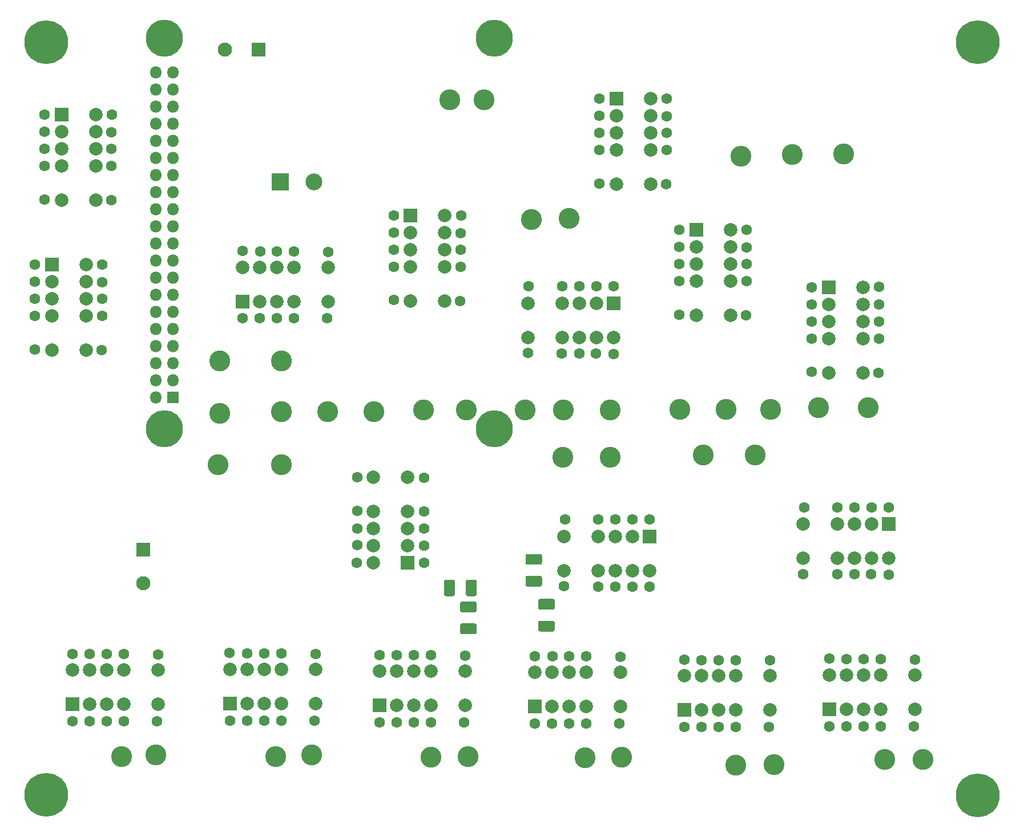
<source format=gbr>
%TF.GenerationSoftware,KiCad,Pcbnew,5.1.6-c6e7f7d~86~ubuntu18.04.1*%
%TF.CreationDate,2020-05-20T11:00:07-07:00*%
%TF.ProjectId,Cal_Station,43616c5f-5374-4617-9469-6f6e2e6b6963,rev?*%
%TF.SameCoordinates,Original*%
%TF.FileFunction,Soldermask,Bot*%
%TF.FilePolarity,Negative*%
%FSLAX46Y46*%
G04 Gerber Fmt 4.6, Leading zero omitted, Abs format (unit mm)*
G04 Created by KiCad (PCBNEW 5.1.6-c6e7f7d~86~ubuntu18.04.1) date 2020-05-20 11:00:07*
%MOMM*%
%LPD*%
G01*
G04 APERTURE LIST*
%ADD10C,3.100000*%
%ADD11C,1.600000*%
%ADD12C,2.000000*%
%ADD13R,2.000000X2.000000*%
%ADD14C,0.900000*%
%ADD15C,6.500000*%
%ADD16C,5.500000*%
%ADD17O,1.800000X1.800000*%
%ADD18R,1.800000X1.800000*%
%ADD19C,2.100000*%
%ADD20R,2.100000X2.100000*%
%ADD21C,2.500000*%
%ADD22R,2.500000X2.500000*%
G04 APERTURE END LIST*
D10*
%TO.C,TP18*%
X109610000Y-41240000D03*
%TD*%
%TO.C,TP17*%
X104560000Y-41240000D03*
%TD*%
D11*
%TO.C,K17*%
X42980000Y-70820000D03*
X52930000Y-70815000D03*
D12*
X50580000Y-70820000D03*
X45500000Y-70820000D03*
X50580000Y-68280000D03*
X50580000Y-65740000D03*
X50580000Y-73360000D03*
X45500000Y-78440000D03*
D13*
X45500000Y-65740000D03*
D12*
X50580000Y-78440000D03*
X45500000Y-68280000D03*
X45500000Y-73360000D03*
D11*
X52880000Y-78440000D03*
X52930000Y-73365000D03*
X52930000Y-68315000D03*
X52980000Y-65715000D03*
X42980000Y-65740000D03*
X42980000Y-68280000D03*
X42980000Y-73360000D03*
X42980000Y-78290000D03*
%TD*%
%TO.C,K16*%
X44410000Y-48550000D03*
X54360000Y-48545000D03*
D12*
X52010000Y-48550000D03*
X46930000Y-48550000D03*
X52010000Y-46010000D03*
X52010000Y-43470000D03*
X52010000Y-51090000D03*
X46930000Y-56170000D03*
D13*
X46930000Y-43470000D03*
D12*
X52010000Y-56170000D03*
X46930000Y-46010000D03*
X46930000Y-51090000D03*
D11*
X54310000Y-56170000D03*
X54360000Y-51095000D03*
X54360000Y-46045000D03*
X54410000Y-43445000D03*
X44410000Y-43470000D03*
X44410000Y-46010000D03*
X44410000Y-51090000D03*
X44410000Y-56020000D03*
%TD*%
%TO.C,C65*%
G36*
G01*
X116021667Y-111925000D02*
X117938333Y-111925000D01*
G75*
G02*
X118205000Y-112191667I0J-266667D01*
G01*
X118205000Y-113258333D01*
G75*
G02*
X117938333Y-113525000I-266667J0D01*
G01*
X116021667Y-113525000D01*
G75*
G02*
X115755000Y-113258333I0J266667D01*
G01*
X115755000Y-112191667D01*
G75*
G02*
X116021667Y-111925000I266667J0D01*
G01*
G37*
G36*
G01*
X116021667Y-108675000D02*
X117938333Y-108675000D01*
G75*
G02*
X118205000Y-108941667I0J-266667D01*
G01*
X118205000Y-110008333D01*
G75*
G02*
X117938333Y-110275000I-266667J0D01*
G01*
X116021667Y-110275000D01*
G75*
G02*
X115755000Y-110008333I0J266667D01*
G01*
X115755000Y-108941667D01*
G75*
G02*
X116021667Y-108675000I266667J0D01*
G01*
G37*
%TD*%
%TO.C,C62*%
G36*
G01*
X106331667Y-118995000D02*
X108248333Y-118995000D01*
G75*
G02*
X108515000Y-119261667I0J-266667D01*
G01*
X108515000Y-120328333D01*
G75*
G02*
X108248333Y-120595000I-266667J0D01*
G01*
X106331667Y-120595000D01*
G75*
G02*
X106065000Y-120328333I0J266667D01*
G01*
X106065000Y-119261667D01*
G75*
G02*
X106331667Y-118995000I266667J0D01*
G01*
G37*
G36*
G01*
X106331667Y-115745000D02*
X108248333Y-115745000D01*
G75*
G02*
X108515000Y-116011667I0J-266667D01*
G01*
X108515000Y-117078333D01*
G75*
G02*
X108248333Y-117345000I-266667J0D01*
G01*
X106331667Y-117345000D01*
G75*
G02*
X106065000Y-117078333I0J266667D01*
G01*
X106065000Y-116011667D01*
G75*
G02*
X106331667Y-115745000I266667J0D01*
G01*
G37*
%TD*%
%TO.C,C58*%
G36*
G01*
X117911667Y-118605000D02*
X119828333Y-118605000D01*
G75*
G02*
X120095000Y-118871667I0J-266667D01*
G01*
X120095000Y-119938333D01*
G75*
G02*
X119828333Y-120205000I-266667J0D01*
G01*
X117911667Y-120205000D01*
G75*
G02*
X117645000Y-119938333I0J266667D01*
G01*
X117645000Y-118871667D01*
G75*
G02*
X117911667Y-118605000I266667J0D01*
G01*
G37*
G36*
G01*
X117911667Y-115355000D02*
X119828333Y-115355000D01*
G75*
G02*
X120095000Y-115621667I0J-266667D01*
G01*
X120095000Y-116688333D01*
G75*
G02*
X119828333Y-116955000I-266667J0D01*
G01*
X117911667Y-116955000D01*
G75*
G02*
X117645000Y-116688333I0J266667D01*
G01*
X117645000Y-115621667D01*
G75*
G02*
X117911667Y-115355000I266667J0D01*
G01*
G37*
%TD*%
%TO.C,C47*%
G36*
G01*
X105275000Y-112761667D02*
X105275000Y-114678333D01*
G75*
G02*
X105008333Y-114945000I-266667J0D01*
G01*
X103941667Y-114945000D01*
G75*
G02*
X103675000Y-114678333I0J266667D01*
G01*
X103675000Y-112761667D01*
G75*
G02*
X103941667Y-112495000I266667J0D01*
G01*
X105008333Y-112495000D01*
G75*
G02*
X105275000Y-112761667I0J-266667D01*
G01*
G37*
G36*
G01*
X108525000Y-112761667D02*
X108525000Y-114678333D01*
G75*
G02*
X108258333Y-114945000I-266667J0D01*
G01*
X107191667Y-114945000D01*
G75*
G02*
X106925000Y-114678333I0J266667D01*
G01*
X106925000Y-112761667D01*
G75*
G02*
X107191667Y-112495000I266667J0D01*
G01*
X108258333Y-112495000D01*
G75*
G02*
X108525000Y-112761667I0J-266667D01*
G01*
G37*
%TD*%
D14*
%TO.C,H8*%
X46377056Y-30992944D03*
X44680000Y-30290000D03*
X42982944Y-30992944D03*
X42280000Y-32690000D03*
X42982944Y-34387056D03*
X44680000Y-35090000D03*
X46377056Y-34387056D03*
X47080000Y-32690000D03*
D15*
X44680000Y-32690000D03*
%TD*%
D14*
%TO.C,H7*%
X184527056Y-30992944D03*
X182830000Y-30290000D03*
X181132944Y-30992944D03*
X180430000Y-32690000D03*
X181132944Y-34387056D03*
X182830000Y-35090000D03*
X184527056Y-34387056D03*
X185230000Y-32690000D03*
D15*
X182830000Y-32690000D03*
%TD*%
D14*
%TO.C,H6*%
X46377056Y-142782944D03*
X44680000Y-142080000D03*
X42982944Y-142782944D03*
X42280000Y-144480000D03*
X42982944Y-146177056D03*
X44680000Y-146880000D03*
X46377056Y-146177056D03*
X47080000Y-144480000D03*
D15*
X44680000Y-144480000D03*
%TD*%
D14*
%TO.C,H5*%
X184527056Y-142802944D03*
X182830000Y-142100000D03*
X181132944Y-142802944D03*
X180430000Y-144500000D03*
X181132944Y-146197056D03*
X182830000Y-146900000D03*
X184527056Y-146197056D03*
X185230000Y-144500000D03*
D15*
X182830000Y-144500000D03*
%TD*%
D14*
%TO.C,H4*%
X112601891Y-30688109D03*
X111170000Y-30095000D03*
X109738109Y-30688109D03*
X109145000Y-32120000D03*
X109738109Y-33551891D03*
X111170000Y-34145000D03*
X112601891Y-33551891D03*
X113195000Y-32120000D03*
D16*
X111170000Y-32120000D03*
%TD*%
D14*
%TO.C,H3*%
X63601891Y-88688109D03*
X62170000Y-88095000D03*
X60738109Y-88688109D03*
X60145000Y-90120000D03*
X60738109Y-91551891D03*
X62170000Y-92145000D03*
X63601891Y-91551891D03*
X64195000Y-90120000D03*
D16*
X62170000Y-90120000D03*
%TD*%
D14*
%TO.C,H2*%
X112601891Y-88688109D03*
X111170000Y-88095000D03*
X109738109Y-88688109D03*
X109145000Y-90120000D03*
X109738109Y-91551891D03*
X111170000Y-92145000D03*
X112601891Y-91551891D03*
X113195000Y-90120000D03*
D16*
X111170000Y-90120000D03*
%TD*%
D14*
%TO.C,H1*%
X63601891Y-30688109D03*
X62170000Y-30095000D03*
X60738109Y-30688109D03*
X60145000Y-32120000D03*
X60738109Y-33551891D03*
X62170000Y-34145000D03*
X63601891Y-33551891D03*
X64195000Y-32120000D03*
D16*
X62170000Y-32120000D03*
%TD*%
D11*
%TO.C,K14*%
X164544000Y-101742000D03*
X164549000Y-111692000D03*
D12*
X164544000Y-109342000D03*
X164544000Y-104262000D03*
X167084000Y-109342000D03*
X169624000Y-109342000D03*
X162004000Y-109342000D03*
X156924000Y-104262000D03*
D13*
X169624000Y-104262000D03*
D12*
X156924000Y-109342000D03*
X167084000Y-104262000D03*
X162004000Y-104262000D03*
D11*
X156924000Y-111642000D03*
X161999000Y-111692000D03*
X167049000Y-111692000D03*
X169649000Y-111742000D03*
X169624000Y-101742000D03*
X167084000Y-101742000D03*
X162004000Y-101742000D03*
X157074000Y-101742000D03*
%TD*%
D10*
%TO.C,J28*%
X142130000Y-94000000D03*
%TD*%
%TO.C,J27*%
X149790000Y-94000000D03*
%TD*%
%TO.C,J26*%
X162930000Y-49260000D03*
%TD*%
%TO.C,J25*%
X155320000Y-49400000D03*
%TD*%
%TO.C,J24*%
X147750000Y-49660000D03*
%TD*%
%TO.C,J23*%
X159204000Y-86946000D03*
%TD*%
%TO.C,J22*%
X152092000Y-87200000D03*
%TD*%
%TO.C,J20*%
X145488000Y-87200000D03*
%TD*%
%TO.C,J19*%
X116620000Y-58990000D03*
%TD*%
%TO.C,J18*%
X122190000Y-58810000D03*
%TD*%
%TO.C,J17*%
X138630000Y-87200000D03*
%TD*%
%TO.C,J16*%
X79580000Y-80000000D03*
%TD*%
%TO.C,J15*%
X70430000Y-80000000D03*
%TD*%
%TO.C,J14*%
X128320000Y-94300000D03*
%TD*%
%TO.C,J13*%
X128290000Y-87300000D03*
%TD*%
%TO.C,J12*%
X121320000Y-94300000D03*
%TD*%
%TO.C,J11*%
X121360000Y-87300000D03*
%TD*%
%TO.C,J10*%
X166570000Y-86946000D03*
%TD*%
%TO.C,J9*%
X115720000Y-87280000D03*
%TD*%
%TO.C,J8*%
X106950000Y-87300000D03*
%TD*%
%TO.C,J7*%
X100660000Y-87300000D03*
%TD*%
%TO.C,J6*%
X86436000Y-87562000D03*
%TD*%
%TO.C,J5*%
X93294000Y-87562000D03*
%TD*%
%TO.C,J4*%
X79578000Y-95436000D03*
%TD*%
%TO.C,J3*%
X79580000Y-87560000D03*
%TD*%
%TO.C,J2*%
X70180000Y-95436000D03*
%TD*%
%TO.C,J1*%
X70430000Y-87816000D03*
%TD*%
%TO.C,TP14*%
X124580000Y-138900000D03*
%TD*%
%TO.C,TP13*%
X129980000Y-138840000D03*
%TD*%
%TO.C,TP12*%
X146920000Y-140060000D03*
%TD*%
%TO.C,TP11*%
X152650000Y-139980000D03*
%TD*%
%TO.C,TP10*%
X169050000Y-139230000D03*
%TD*%
%TO.C,TP9*%
X174750000Y-139200000D03*
%TD*%
%TO.C,TP8*%
X55870000Y-138730000D03*
%TD*%
%TO.C,TP7*%
X60950000Y-138540000D03*
%TD*%
%TO.C,TP6*%
X78730000Y-138740000D03*
%TD*%
%TO.C,TP5*%
X84010000Y-138480000D03*
%TD*%
%TO.C,TP4*%
X101740000Y-138830000D03*
%TD*%
%TO.C,TP3*%
X107210000Y-138750000D03*
%TD*%
D17*
%TO.C,PI1*%
X60900000Y-37130000D03*
X63440000Y-37130000D03*
X60900000Y-39670000D03*
X63440000Y-39670000D03*
X60900000Y-42210000D03*
X63440000Y-42210000D03*
X60900000Y-44750000D03*
X63440000Y-44750000D03*
X60900000Y-47290000D03*
X63440000Y-47290000D03*
X60900000Y-49830000D03*
X63440000Y-49830000D03*
X60900000Y-52370000D03*
X63440000Y-52370000D03*
X60900000Y-54910000D03*
X63440000Y-54910000D03*
X60900000Y-57450000D03*
X63440000Y-57450000D03*
X60900000Y-59990000D03*
X63440000Y-59990000D03*
X60900000Y-62530000D03*
X63440000Y-62530000D03*
X60900000Y-65070000D03*
X63440000Y-65070000D03*
X60900000Y-67610000D03*
X63440000Y-67610000D03*
X60900000Y-70150000D03*
X63440000Y-70150000D03*
X60900000Y-72690000D03*
X63440000Y-72690000D03*
X60900000Y-75230000D03*
X63440000Y-75230000D03*
X60900000Y-77770000D03*
X63440000Y-77770000D03*
X60900000Y-80310000D03*
X63440000Y-80310000D03*
X60900000Y-82850000D03*
X63440000Y-82850000D03*
X60900000Y-85390000D03*
D18*
X63440000Y-85390000D03*
%TD*%
D11*
%TO.C,K15*%
X138574000Y-65652000D03*
X148524000Y-65647000D03*
D12*
X146174000Y-65652000D03*
X141094000Y-65652000D03*
X146174000Y-63112000D03*
X146174000Y-60572000D03*
X146174000Y-68192000D03*
X141094000Y-73272000D03*
D13*
X141094000Y-60572000D03*
D12*
X146174000Y-73272000D03*
X141094000Y-63112000D03*
X141094000Y-68192000D03*
D11*
X148474000Y-73272000D03*
X148524000Y-68197000D03*
X148524000Y-63147000D03*
X148574000Y-60547000D03*
X138574000Y-60572000D03*
X138574000Y-63112000D03*
X138574000Y-68192000D03*
X138574000Y-73122000D03*
%TD*%
%TO.C,K13*%
X126740000Y-46170000D03*
X136690000Y-46165000D03*
D12*
X134340000Y-46170000D03*
X129260000Y-46170000D03*
X134340000Y-43630000D03*
X134340000Y-41090000D03*
X134340000Y-48710000D03*
X129260000Y-53790000D03*
D13*
X129260000Y-41090000D03*
D12*
X134340000Y-53790000D03*
X129260000Y-43630000D03*
X129260000Y-48710000D03*
D11*
X136640000Y-53790000D03*
X136690000Y-48715000D03*
X136690000Y-43665000D03*
X136740000Y-41065000D03*
X126740000Y-41090000D03*
X126740000Y-43630000D03*
X126740000Y-48710000D03*
X126740000Y-53640000D03*
%TD*%
%TO.C,K12*%
X158240000Y-74140000D03*
X168190000Y-74135000D03*
D12*
X165840000Y-74140000D03*
X160760000Y-74140000D03*
X165840000Y-71600000D03*
X165840000Y-69060000D03*
X165840000Y-76680000D03*
X160760000Y-81760000D03*
D13*
X160760000Y-69060000D03*
D12*
X165840000Y-81760000D03*
X160760000Y-71600000D03*
X160760000Y-76680000D03*
D11*
X168140000Y-81760000D03*
X168190000Y-76685000D03*
X168190000Y-71635000D03*
X168240000Y-69035000D03*
X158240000Y-69060000D03*
X158240000Y-71600000D03*
X158240000Y-76680000D03*
X158240000Y-81610000D03*
%TD*%
%TO.C,K11*%
X96192000Y-63522000D03*
X106142000Y-63517000D03*
D12*
X103792000Y-63522000D03*
X98712000Y-63522000D03*
X103792000Y-60982000D03*
X103792000Y-58442000D03*
X103792000Y-66062000D03*
X98712000Y-71142000D03*
D13*
X98712000Y-58442000D03*
D12*
X103792000Y-71142000D03*
X98712000Y-60982000D03*
X98712000Y-66062000D03*
D11*
X106092000Y-71142000D03*
X106142000Y-66067000D03*
X106142000Y-61017000D03*
X106192000Y-58417000D03*
X96192000Y-58442000D03*
X96192000Y-60982000D03*
X96192000Y-66062000D03*
X96192000Y-70992000D03*
%TD*%
%TO.C,K10*%
X123710000Y-68960000D03*
X123715000Y-78910000D03*
D12*
X123710000Y-76560000D03*
X123710000Y-71480000D03*
X126250000Y-76560000D03*
X128790000Y-76560000D03*
X121170000Y-76560000D03*
X116090000Y-71480000D03*
D13*
X128790000Y-71480000D03*
D12*
X116090000Y-76560000D03*
X126250000Y-71480000D03*
X121170000Y-71480000D03*
D11*
X116090000Y-78860000D03*
X121165000Y-78910000D03*
X126215000Y-78910000D03*
X128815000Y-78960000D03*
X128790000Y-68960000D03*
X126250000Y-68960000D03*
X121170000Y-68960000D03*
X116240000Y-68960000D03*
%TD*%
%TO.C,K9*%
X129078000Y-103578000D03*
X129083000Y-113528000D03*
D12*
X129078000Y-111178000D03*
X129078000Y-106098000D03*
X131618000Y-111178000D03*
X134158000Y-111178000D03*
X126538000Y-111178000D03*
X121458000Y-106098000D03*
D13*
X134158000Y-106098000D03*
D12*
X121458000Y-111178000D03*
X131618000Y-106098000D03*
X126538000Y-106098000D03*
D11*
X121458000Y-113478000D03*
X126533000Y-113528000D03*
X131583000Y-113528000D03*
X134183000Y-113578000D03*
X134158000Y-103578000D03*
X131618000Y-103578000D03*
X126538000Y-103578000D03*
X121608000Y-103578000D03*
%TD*%
%TO.C,K8*%
X78890000Y-73704360D03*
X78885000Y-63754360D03*
D12*
X78890000Y-66104360D03*
X78890000Y-71184360D03*
X76350000Y-66104360D03*
X73810000Y-66104360D03*
X81430000Y-66104360D03*
X86510000Y-71184360D03*
D13*
X73810000Y-71184360D03*
D12*
X86510000Y-66104360D03*
X76350000Y-71184360D03*
X81430000Y-71184360D03*
D11*
X86510000Y-63804360D03*
X81435000Y-63754360D03*
X76385000Y-63754360D03*
X73785000Y-63704360D03*
X73810000Y-73704360D03*
X76350000Y-73704360D03*
X81430000Y-73704360D03*
X86360000Y-73704360D03*
%TD*%
%TO.C,K7*%
X165910000Y-134250000D03*
X165905000Y-124300000D03*
D12*
X165910000Y-126650000D03*
X165910000Y-131730000D03*
X163370000Y-126650000D03*
X160830000Y-126650000D03*
X168450000Y-126650000D03*
X173530000Y-131730000D03*
D13*
X160830000Y-131730000D03*
D12*
X173530000Y-126650000D03*
X163370000Y-131730000D03*
X168450000Y-131730000D03*
D11*
X173530000Y-124350000D03*
X168455000Y-124300000D03*
X163405000Y-124300000D03*
X160805000Y-124250000D03*
X160830000Y-134250000D03*
X163370000Y-134250000D03*
X168450000Y-134250000D03*
X173380000Y-134250000D03*
%TD*%
%TO.C,K6*%
X53650000Y-133512000D03*
X53645000Y-123562000D03*
D12*
X53650000Y-125912000D03*
X53650000Y-130992000D03*
X51110000Y-125912000D03*
X48570000Y-125912000D03*
X56190000Y-125912000D03*
X61270000Y-130992000D03*
D13*
X48570000Y-130992000D03*
D12*
X61270000Y-125912000D03*
X51110000Y-130992000D03*
X56190000Y-130992000D03*
D11*
X61270000Y-123612000D03*
X56195000Y-123562000D03*
X51145000Y-123562000D03*
X48545000Y-123512000D03*
X48570000Y-133512000D03*
X51110000Y-133512000D03*
X56190000Y-133512000D03*
X61120000Y-133512000D03*
%TD*%
%TO.C,K5*%
X76980000Y-133400000D03*
X76975000Y-123450000D03*
D12*
X76980000Y-125800000D03*
X76980000Y-130880000D03*
X74440000Y-125800000D03*
X71900000Y-125800000D03*
X79520000Y-125800000D03*
X84600000Y-130880000D03*
D13*
X71900000Y-130880000D03*
D12*
X84600000Y-125800000D03*
X74440000Y-130880000D03*
X79520000Y-130880000D03*
D11*
X84600000Y-123500000D03*
X79525000Y-123450000D03*
X74475000Y-123450000D03*
X71875000Y-123400000D03*
X71900000Y-133400000D03*
X74440000Y-133400000D03*
X79520000Y-133400000D03*
X84450000Y-133400000D03*
%TD*%
%TO.C,K4*%
X99200000Y-133688000D03*
X99195000Y-123738000D03*
D12*
X99200000Y-126088000D03*
X99200000Y-131168000D03*
X96660000Y-126088000D03*
X94120000Y-126088000D03*
X101740000Y-126088000D03*
X106820000Y-131168000D03*
D13*
X94120000Y-131168000D03*
D12*
X106820000Y-126088000D03*
X96660000Y-131168000D03*
X101740000Y-131168000D03*
D11*
X106820000Y-123788000D03*
X101745000Y-123738000D03*
X96695000Y-123738000D03*
X94095000Y-123688000D03*
X94120000Y-133688000D03*
X96660000Y-133688000D03*
X101740000Y-133688000D03*
X106670000Y-133688000D03*
%TD*%
%TO.C,K3*%
X122240000Y-133844000D03*
X122235000Y-123894000D03*
D12*
X122240000Y-126244000D03*
X122240000Y-131324000D03*
X119700000Y-126244000D03*
X117160000Y-126244000D03*
X124780000Y-126244000D03*
X129860000Y-131324000D03*
D13*
X117160000Y-131324000D03*
D12*
X129860000Y-126244000D03*
X119700000Y-131324000D03*
X124780000Y-131324000D03*
D11*
X129860000Y-123944000D03*
X124785000Y-123894000D03*
X119735000Y-123894000D03*
X117135000Y-123844000D03*
X117160000Y-133844000D03*
X119700000Y-133844000D03*
X124780000Y-133844000D03*
X129710000Y-133844000D03*
%TD*%
%TO.C,K2*%
X144396000Y-134372000D03*
X144391000Y-124422000D03*
D12*
X144396000Y-126772000D03*
X144396000Y-131852000D03*
X141856000Y-126772000D03*
X139316000Y-126772000D03*
X146936000Y-126772000D03*
X152016000Y-131852000D03*
D13*
X139316000Y-131852000D03*
D12*
X152016000Y-126772000D03*
X141856000Y-131852000D03*
X146936000Y-131852000D03*
D11*
X152016000Y-124472000D03*
X146941000Y-124422000D03*
X141891000Y-124422000D03*
X139291000Y-124372000D03*
X139316000Y-134372000D03*
X141856000Y-134372000D03*
X146936000Y-134372000D03*
X151866000Y-134372000D03*
%TD*%
%TO.C,K1*%
X100752360Y-104864000D03*
X90802360Y-104869000D03*
D12*
X93152360Y-104864000D03*
X98232360Y-104864000D03*
X93152360Y-107404000D03*
X93152360Y-109944000D03*
X93152360Y-102324000D03*
X98232360Y-97244000D03*
D13*
X98232360Y-109944000D03*
D12*
X93152360Y-97244000D03*
X98232360Y-107404000D03*
X98232360Y-102324000D03*
D11*
X90852360Y-97244000D03*
X90802360Y-102319000D03*
X90802360Y-107369000D03*
X90752360Y-109969000D03*
X100752360Y-109944000D03*
X100752360Y-107404000D03*
X100752360Y-102324000D03*
X100752360Y-97394000D03*
%TD*%
D19*
%TO.C,C49*%
X71190000Y-33800000D03*
D20*
X76190000Y-33800000D03*
%TD*%
D19*
%TO.C,C48*%
X59026000Y-113012000D03*
D20*
X59026000Y-108012000D03*
%TD*%
D21*
%TO.C,C35*%
X84390000Y-53430000D03*
D22*
X79390000Y-53430000D03*
%TD*%
M02*

</source>
